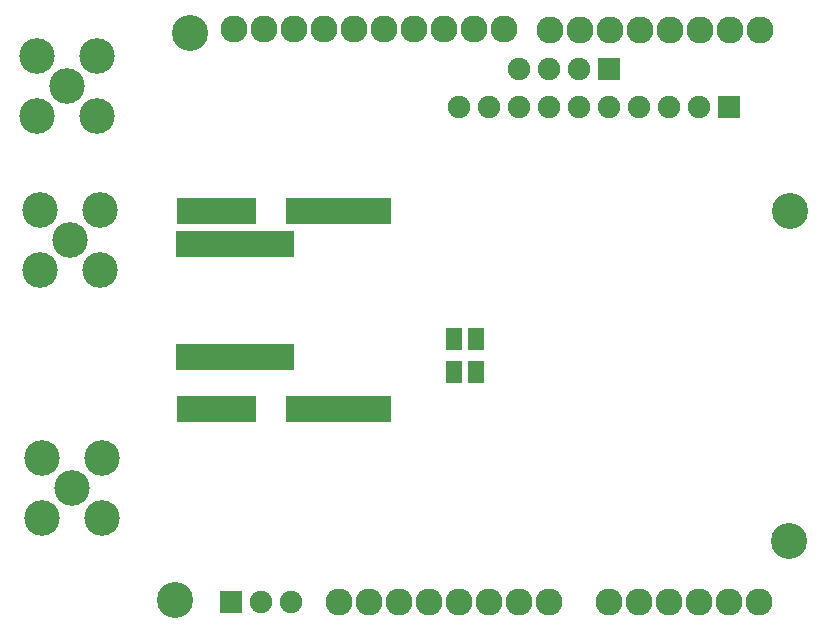
<source format=gbs>
G04 (created by PCBNEW (2013-05-31 BZR 4019)-stable) date 14/03/2014 22:41:48*
%MOIN*%
G04 Gerber Fmt 3.4, Leading zero omitted, Abs format*
%FSLAX34Y34*%
G01*
G70*
G90*
G04 APERTURE LIST*
%ADD10C,0.00590551*%
%ADD11C,0.118425*%
%ADD12C,0.12*%
%ADD13C,0.09*%
%ADD14R,0.055X0.075*%
%ADD15R,0.075X0.075*%
%ADD16C,0.075*%
%ADD17R,0.0514961X0.0908661*%
G04 APERTURE END LIST*
G54D10*
G54D11*
X45150Y-36200D03*
X44150Y-37200D03*
X46150Y-37200D03*
X46150Y-35200D03*
X44150Y-35200D03*
G54D12*
X69120Y-35213D03*
X69090Y-46233D03*
G54D13*
X55100Y-48263D03*
X56100Y-48263D03*
X57100Y-48263D03*
X58100Y-48263D03*
X59100Y-48263D03*
X60100Y-48263D03*
X61100Y-48263D03*
X54100Y-48263D03*
X67120Y-29183D03*
X66120Y-29183D03*
X65120Y-29183D03*
X64120Y-29183D03*
X63120Y-29183D03*
X62120Y-29183D03*
X61120Y-29183D03*
X68120Y-29183D03*
X64090Y-48263D03*
X65090Y-48263D03*
X66090Y-48263D03*
X67090Y-48263D03*
X68090Y-48263D03*
X63090Y-48263D03*
X58610Y-29173D03*
X57610Y-29173D03*
X56610Y-29173D03*
X55610Y-29173D03*
X54610Y-29173D03*
X53610Y-29173D03*
X52610Y-29173D03*
X51610Y-29173D03*
X50610Y-29173D03*
X59610Y-29173D03*
G54D11*
X45050Y-31050D03*
X44050Y-32050D03*
X46050Y-32050D03*
X46050Y-30050D03*
X44050Y-30050D03*
X45200Y-44450D03*
X44200Y-45450D03*
X46200Y-45450D03*
X46200Y-43450D03*
X44200Y-43450D03*
G54D14*
X58682Y-39488D03*
X57932Y-39488D03*
X58682Y-40590D03*
X57932Y-40590D03*
G54D15*
X50496Y-48267D03*
G54D16*
X51496Y-48267D03*
X52496Y-48267D03*
G54D15*
X67100Y-31750D03*
G54D16*
X66100Y-31750D03*
X65100Y-31750D03*
X64100Y-31750D03*
X63100Y-31750D03*
X62100Y-31750D03*
X61100Y-31750D03*
X60100Y-31750D03*
X59100Y-31750D03*
X58100Y-31750D03*
G54D17*
X48905Y-40079D03*
X49338Y-40079D03*
X49772Y-40079D03*
X50205Y-40079D03*
X50638Y-40079D03*
X51071Y-40079D03*
X51504Y-40079D03*
X51937Y-40079D03*
X52370Y-40079D03*
X48905Y-36339D03*
X49338Y-36339D03*
X49772Y-36339D03*
X50205Y-36339D03*
X50638Y-36339D03*
X51071Y-36339D03*
X51504Y-36339D03*
X51937Y-36339D03*
X52370Y-36339D03*
X48922Y-35228D03*
X49355Y-35228D03*
X49788Y-35228D03*
X50221Y-35228D03*
X50654Y-35228D03*
X51087Y-35228D03*
X52583Y-35228D03*
X53016Y-35228D03*
X53449Y-35228D03*
X53882Y-35228D03*
X54315Y-35228D03*
X54748Y-35228D03*
X55181Y-35228D03*
X55614Y-35228D03*
X55614Y-41842D03*
X48922Y-41842D03*
X55181Y-41842D03*
X54748Y-41842D03*
X54315Y-41842D03*
X53882Y-41842D03*
X53449Y-41842D03*
X53016Y-41842D03*
X52583Y-41842D03*
X51087Y-41842D03*
X50654Y-41842D03*
X50221Y-41842D03*
X49788Y-41842D03*
X49355Y-41842D03*
G54D15*
X63114Y-30492D03*
G54D16*
X62114Y-30492D03*
X61114Y-30492D03*
X60114Y-30492D03*
G54D12*
X49120Y-29303D03*
X48620Y-48193D03*
M02*

</source>
